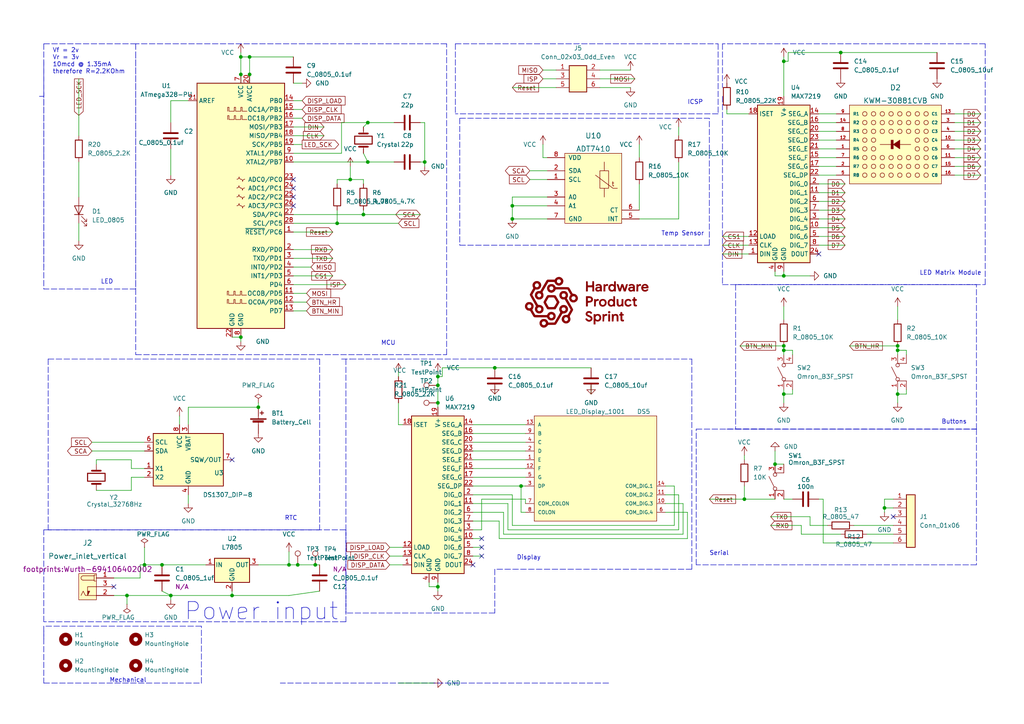
<source format=kicad_sch>
(kicad_sch (version 20211123) (generator eeschema)
  (paper "A4")
  (junction (at 227.33 100.33))
  (junction (at 148.59 63.5))
  (junction (at 105.41 62.23))
  (junction (at 69.85 97.79))
  (junction (at 260.35 100.33))
  (junction (at 227.33 17.78))
  (junction (at 224.79 134.62))
  (junction (at 106.68 35.56))
  (junction (at 227.33 101.6))
  (junction (at 46.99 163.83))
  (junction (at 106.68 46.99))
  (junction (at 97.79 64.77))
  (junction (at 260.35 114.3))
  (junction (at 143.51 106.68))
  (junction (at 256.54 147.32))
  (junction (at 227.33 114.3))
  (junction (at 101.6 52.07))
  (junction (at 151.13 140.97))
  (junction (at 127 116.84))
  (junction (at 69.85 16.51))
  (junction (at 243.84 15.24))
  (junction (at 69.85 21.59))
  (junction (at 36.83 172.72))
  (junction (at 148.59 59.69))
  (junction (at 260.35 101.6))
  (junction (at 215.9 144.78))
  (junction (at 86.36 163.83))
  (junction (at 83.82 163.83))
  (junction (at 127 109.22))
  (junction (at 123.19 46.99))
  (junction (at 72.39 21.59))
  (junction (at 41.91 163.83))
  (junction (at 74.93 118.11))
  (junction (at 72.39 16.51))
  (junction (at 49.53 172.72))
  (junction (at 91.44 163.83))
  (junction (at 127 111.76))
  (junction (at 227.33 80.01))
  (junction (at 127 170.18))
  (junction (at 67.31 172.72))
  (no_connect (at 139.7 161.29))
  (no_connect (at 139.7 158.75))
  (no_connect (at 137.16 163.83))
  (no_connect (at 139.7 156.21))
  (no_connect (at 259.08 149.86))
  (no_connect (at 85.09 52.07))
  (no_connect (at 85.09 54.61))
  (no_connect (at 85.09 57.15))
  (no_connect (at 85.09 59.69))
  (no_connect (at 237.49 73.66))
  (no_connect (at 33.02 170.18))
  (no_connect (at 67.31 133.35))
  (polyline (pts (xy 39.37 83.82) (xy 12.7 83.82)))
  (wire (pts (xy 199.39 156.21) (xy 199.39 148.59)))
  (wire (pts (xy 137.16 138.43) (xy 152.4 138.43)))
  (polyline (pts (xy 213.36 124.46) (xy 283.21 124.46)))
  (wire (pts (xy 276.86 48.26) (xy 284.48 48.26)))
  (wire (pts (xy 237.49 33.02) (xy 242.57 33.02)))
  (wire (pts (xy 105.41 60.96) (xy 105.41 62.23)))
  (wire (pts (xy 38.1 133.35) (xy 27.94 133.35)))
  (polyline (pts (xy 39.37 12.7) (xy 39.37 13.97)))
  (polyline (pts (xy 132.08 12.7) (xy 208.28 12.7)))
  (wire (pts (xy 127 111.76) (xy 127 116.84)))
  (wire (pts (xy 158.75 45.72) (xy 157.48 45.72)))
  (wire (pts (xy 38.1 135.89) (xy 38.1 133.35)))
  (wire (pts (xy 115.57 109.22) (xy 115.57 107.95)))
  (wire (pts (xy 85.09 62.23) (xy 105.41 62.23)))
  (wire (pts (xy 228.6 15.24) (xy 243.84 15.24)))
  (wire (pts (xy 171.45 111.76) (xy 171.45 114.3)))
  (wire (pts (xy 85.09 85.09) (xy 88.9 85.09)))
  (wire (pts (xy 195.58 140.97) (xy 193.04 140.97)))
  (wire (pts (xy 148.59 59.69) (xy 158.75 59.69)))
  (polyline (pts (xy 200.66 165.1) (xy 143.51 165.1)))
  (wire (pts (xy 123.19 35.56) (xy 123.19 46.99)))
  (wire (pts (xy 147.32 153.67) (xy 196.85 153.67)))
  (wire (pts (xy 74.93 116.84) (xy 74.93 118.11)))
  (polyline (pts (xy 12.7 44.45) (xy 12.7 77.47)))
  (wire (pts (xy 74.93 163.83) (xy 83.82 163.83)))
  (polyline (pts (xy 100.33 104.14) (xy 100.33 177.8)))
  (wire (pts (xy 127 116.84) (xy 127 118.11)))
  (wire (pts (xy 85.09 46.99) (xy 106.68 46.99)))
  (polyline (pts (xy 200.66 104.14) (xy 200.66 165.1)))
  (polyline (pts (xy 11.43 27.94) (xy 12.7 27.94)))
  (wire (pts (xy 127 109.22) (xy 127 111.76)))
  (wire (pts (xy 116.84 123.19) (xy 115.57 123.19)))
  (wire (pts (xy 237.49 40.64) (xy 242.57 40.64)))
  (wire (pts (xy 209.55 68.58) (xy 217.17 68.58)))
  (wire (pts (xy 223.52 149.86) (xy 234.95 149.86)))
  (wire (pts (xy 276.86 33.02) (xy 284.48 33.02)))
  (wire (pts (xy 85.09 39.37) (xy 93.98 39.37)))
  (polyline (pts (xy 92.71 104.14) (xy 92.71 153.67)))
  (polyline (pts (xy 39.37 102.87) (xy 129.54 102.87)))
  (wire (pts (xy 276.86 40.64) (xy 284.48 40.64)))
  (wire (pts (xy 69.85 16.51) (xy 69.85 21.59)))
  (wire (pts (xy 199.39 148.59) (xy 193.04 148.59)))
  (wire (pts (xy 124.46 170.18) (xy 127 170.18)))
  (wire (pts (xy 217.17 33.02) (xy 210.82 33.02)))
  (wire (pts (xy 256.54 147.32) (xy 259.08 147.32)))
  (wire (pts (xy 52.07 120.65) (xy 52.07 123.19)))
  (wire (pts (xy 33.02 167.64) (xy 40.64 167.64)))
  (wire (pts (xy 227.33 101.6) (xy 227.33 102.87)))
  (wire (pts (xy 27.94 133.35) (xy 27.94 134.62)))
  (wire (pts (xy 72.39 16.51) (xy 69.85 16.51)))
  (wire (pts (xy 260.35 114.3) (xy 260.35 116.84)))
  (wire (pts (xy 157.48 20.32) (xy 161.29 20.32)))
  (wire (pts (xy 137.16 130.81) (xy 152.4 130.81)))
  (wire (pts (xy 227.33 114.3) (xy 227.33 116.84)))
  (wire (pts (xy 205.74 144.78) (xy 215.9 144.78)))
  (wire (pts (xy 40.64 163.83) (xy 41.91 163.83)))
  (polyline (pts (xy 12.7 181.61) (xy 12.7 185.42)))
  (wire (pts (xy 54.61 123.19) (xy 54.61 118.11)))
  (wire (pts (xy 237.49 53.34) (xy 245.11 53.34)))
  (wire (pts (xy 101.6 48.26) (xy 101.6 52.07)))
  (wire (pts (xy 237.49 55.88) (xy 245.11 55.88)))
  (wire (pts (xy 97.79 52.07) (xy 101.6 52.07)))
  (polyline (pts (xy 283.21 163.83) (xy 201.93 163.83)))
  (wire (pts (xy 49.53 172.72) (xy 67.31 172.72)))
  (wire (pts (xy 148.59 57.15) (xy 148.59 59.69)))
  (polyline (pts (xy 12.7 198.12) (xy 58.42 198.12)))
  (wire (pts (xy 185.42 41.91) (xy 185.42 45.72)))
  (wire (pts (xy 247.65 152.4) (xy 259.08 152.4)))
  (wire (pts (xy 97.79 60.96) (xy 97.79 64.77)))
  (wire (pts (xy 237.49 144.78) (xy 238.76 144.78)))
  (wire (pts (xy 224.79 78.74) (xy 224.79 80.01)))
  (wire (pts (xy 105.41 44.45) (xy 106.68 46.99)))
  (wire (pts (xy 105.41 52.07) (xy 105.41 53.34)))
  (wire (pts (xy 209.55 71.12) (xy 217.17 71.12)))
  (wire (pts (xy 127 170.18) (xy 127 168.91)))
  (polyline (pts (xy 39.37 12.7) (xy 39.37 83.82)))
  (wire (pts (xy 215.9 144.78) (xy 224.79 144.78)))
  (polyline (pts (xy 208.28 12.7) (xy 208.28 33.02)))
  (polyline (pts (xy 39.37 15.24) (xy 39.37 102.87)))
  (wire (pts (xy 215.9 132.08) (xy 215.9 133.35)))
  (wire (pts (xy 276.86 43.18) (xy 284.48 43.18)))
  (polyline (pts (xy 283.21 124.46) (xy 283.21 163.83)))
  (wire (pts (xy 27.94 142.24) (xy 38.1 142.24)))
  (wire (pts (xy 41.91 158.75) (xy 41.91 163.83)))
  (wire (pts (xy 229.87 101.6) (xy 227.33 101.6)))
  (wire (pts (xy 151.13 148.59) (xy 151.13 140.97)))
  (wire (pts (xy 86.36 163.83) (xy 83.82 163.83)))
  (wire (pts (xy 85.09 72.39) (xy 96.52 72.39)))
  (wire (pts (xy 85.09 41.91) (xy 87.63 41.91)))
  (polyline (pts (xy 213.36 82.55) (xy 283.21 82.55)))
  (wire (pts (xy 137.16 161.29) (xy 139.7 161.29)))
  (wire (pts (xy 157.48 45.72) (xy 157.48 41.91)))
  (wire (pts (xy 224.79 130.81) (xy 224.79 134.62)))
  (polyline (pts (xy 99.06 104.14) (xy 101.6 104.14)))
  (wire (pts (xy 106.68 35.56) (xy 114.3 35.56)))
  (wire (pts (xy 234.95 152.4) (xy 234.95 149.86)))
  (wire (pts (xy 148.59 25.4) (xy 161.29 25.4)))
  (wire (pts (xy 54.61 143.51) (xy 54.61 146.05)))
  (wire (pts (xy 46.99 171.45) (xy 49.53 172.72)))
  (wire (pts (xy 137.16 135.89) (xy 152.4 135.89)))
  (wire (pts (xy 26.67 130.81) (xy 41.91 130.81)))
  (polyline (pts (xy 283.21 124.46) (xy 283.21 82.55)))
  (wire (pts (xy 139.7 153.67) (xy 139.7 144.78)))
  (wire (pts (xy 148.59 143.51) (xy 148.59 152.4)))
  (wire (pts (xy 69.85 24.13) (xy 69.85 21.59)))
  (wire (pts (xy 157.48 22.86) (xy 161.29 22.86)))
  (wire (pts (xy 105.41 62.23) (xy 121.92 62.23)))
  (wire (pts (xy 85.09 87.63) (xy 88.9 87.63)))
  (wire (pts (xy 139.7 144.78) (xy 152.4 144.78)))
  (wire (pts (xy 237.49 66.04) (xy 245.11 66.04)))
  (polyline (pts (xy 213.36 82.55) (xy 213.36 124.46)))
  (wire (pts (xy 97.79 64.77) (xy 115.57 64.77)))
  (polyline (pts (xy 132.08 12.7) (xy 132.08 33.02)))
  (wire (pts (xy 49.53 43.18) (xy 49.53 50.8)))
  (polyline (pts (xy 12.7 180.34) (xy 12.7 153.67)))
  (wire (pts (xy 228.6 15.24) (xy 228.6 17.78)))
  (wire (pts (xy 67.31 172.72) (xy 83.82 172.72)))
  (wire (pts (xy 260.35 88.9) (xy 260.35 92.71)))
  (wire (pts (xy 153.67 49.53) (xy 158.75 49.53)))
  (wire (pts (xy 85.09 80.01) (xy 96.52 80.01)))
  (wire (pts (xy 238.76 144.78) (xy 238.76 157.48)))
  (polyline (pts (xy 205.74 71.12) (xy 205.74 34.29)))
  (wire (pts (xy 115.57 198.12) (xy 125.73 198.12)))
  (wire (pts (xy 152.4 144.78) (xy 152.4 146.05)))
  (polyline (pts (xy 13.97 153.67) (xy 100.33 153.67)))
  (polyline (pts (xy 143.51 177.8) (xy 100.33 177.8)))
  (polyline (pts (xy 12.7 182.88) (xy 12.7 198.12)))
  (polyline (pts (xy 12.7 17.78) (xy 12.7 27.94)))
  (wire (pts (xy 262.89 102.87) (xy 262.89 101.6)))
  (polyline (pts (xy 133.35 34.29) (xy 205.74 34.29)))
  (polyline (pts (xy 12.7 26.67) (xy 12.7 44.45)))
  (wire (pts (xy 246.38 100.33) (xy 260.35 100.33)))
  (wire (pts (xy 237.49 38.1) (xy 242.57 38.1)))
  (polyline (pts (xy 209.55 12.7) (xy 209.55 25.4)))
  (wire (pts (xy 229.87 113.03) (xy 229.87 114.3)))
  (polyline (pts (xy 92.71 153.67) (xy 13.97 153.67)))
  (wire (pts (xy 85.09 74.93) (xy 96.52 74.93)))
  (wire (pts (xy 137.16 140.97) (xy 151.13 140.97)))
  (wire (pts (xy 128.27 106.68) (xy 143.51 106.68)))
  (wire (pts (xy 106.68 46.99) (xy 114.3 46.99)))
  (wire (pts (xy 260.35 113.03) (xy 260.35 114.3)))
  (wire (pts (xy 137.16 128.27) (xy 152.4 128.27)))
  (polyline (pts (xy 13.97 104.14) (xy 13.97 153.67)))
  (polyline (pts (xy 209.55 27.94) (xy 209.55 82.55)))
  (polyline (pts (xy 201.93 163.83) (xy 201.93 124.46)))
  (polyline (pts (xy 285.75 82.55) (xy 285.75 12.7)))
  (wire (pts (xy 72.39 21.59) (xy 72.39 16.51)))
  (polyline (pts (xy 208.28 33.02) (xy 132.08 33.02)))
  (wire (pts (xy 91.44 163.83) (xy 86.36 163.83)))
  (polyline (pts (xy 209.55 82.55) (xy 285.75 82.55)))
  (wire (pts (xy 229.87 102.87) (xy 229.87 101.6)))
  (wire (pts (xy 127 171.45) (xy 127 170.18)))
  (wire (pts (xy 214.63 100.33) (xy 227.33 100.33)))
  (wire (pts (xy 259.08 144.78) (xy 256.54 144.78)))
  (wire (pts (xy 146.05 148.59) (xy 146.05 154.94)))
  (polyline (pts (xy 100.33 180.34) (xy 12.7 180.34)))
  (wire (pts (xy 227.33 88.9) (xy 227.33 92.71)))
  (wire (pts (xy 115.57 116.84) (xy 115.57 123.19)))
  (wire (pts (xy 85.09 77.47) (xy 90.17 77.47)))
  (wire (pts (xy 196.85 63.5) (xy 196.85 46.99)))
  (wire (pts (xy 237.49 45.72) (xy 242.57 45.72)))
  (wire (pts (xy 148.59 152.4) (xy 195.58 152.4)))
  (wire (pts (xy 128.27 106.68) (xy 128.27 109.22)))
  (polyline (pts (xy 12.7 12.7) (xy 39.37 12.7)))
  (polyline (pts (xy 176.53 198.12) (xy 81.28 198.12)))
  (wire (pts (xy 237.49 48.26) (xy 242.57 48.26)))
  (wire (pts (xy 41.91 135.89) (xy 38.1 135.89)))
  (wire (pts (xy 69.85 15.24) (xy 69.85 16.51)))
  (wire (pts (xy 41.91 138.43) (xy 38.1 138.43)))
  (wire (pts (xy 137.16 146.05) (xy 147.32 146.05)))
  (wire (pts (xy 99.06 35.56) (xy 106.68 35.56)))
  (wire (pts (xy 41.91 163.83) (xy 46.99 163.83)))
  (wire (pts (xy 173.99 20.32) (xy 182.88 20.32)))
  (wire (pts (xy 196.85 153.67) (xy 196.85 143.51)))
  (wire (pts (xy 137.16 156.21) (xy 139.7 156.21)))
  (wire (pts (xy 99.06 44.45) (xy 99.06 35.56)))
  (wire (pts (xy 198.12 146.05) (xy 193.04 146.05)))
  (polyline (pts (xy 13.97 104.14) (xy 92.71 104.14)))
  (wire (pts (xy 26.67 128.27) (xy 41.91 128.27)))
  (wire (pts (xy 210.82 33.02) (xy 210.82 31.75)))
  (wire (pts (xy 262.89 113.03) (xy 262.89 114.3)))
  (wire (pts (xy 256.54 147.32) (xy 256.54 148.59)))
  (polyline (pts (xy 285.75 12.7) (xy 209.55 12.7)))
  (wire (pts (xy 143.51 111.76) (xy 143.51 114.3)))
  (wire (pts (xy 223.52 152.4) (xy 232.41 152.4)))
  (wire (pts (xy 113.03 161.29) (xy 116.84 161.29)))
  (wire (pts (xy 85.09 90.17) (xy 88.9 90.17)))
  (wire (pts (xy 85.09 67.31) (xy 96.52 67.31)))
  (wire (pts (xy 85.09 44.45) (xy 99.06 44.45)))
  (polyline (pts (xy 101.6 104.14) (xy 200.66 104.14)))
  (wire (pts (xy 237.49 71.12) (xy 245.11 71.12)))
  (wire (pts (xy 262.89 114.3) (xy 260.35 114.3)))
  (wire (pts (xy 173.99 22.86) (xy 184.15 22.86)))
  (wire (pts (xy 121.92 35.56) (xy 123.19 35.56)))
  (wire (pts (xy 256.54 144.78) (xy 256.54 147.32)))
  (wire (pts (xy 36.83 172.72) (xy 36.83 175.26)))
  (wire (pts (xy 232.41 152.4) (xy 232.41 154.94)))
  (wire (pts (xy 237.49 43.18) (xy 242.57 43.18)))
  (wire (pts (xy 69.85 97.79) (xy 69.85 99.06)))
  (wire (pts (xy 224.79 134.62) (xy 227.33 134.62)))
  (wire (pts (xy 123.19 46.99) (xy 121.92 46.99)))
  (wire (pts (xy 49.53 172.72) (xy 49.53 173.99)))
  (polyline (pts (xy 133.35 71.12) (xy 205.74 71.12)))
  (wire (pts (xy 85.09 34.29) (xy 87.63 34.29)))
  (wire (pts (xy 262.89 101.6) (xy 260.35 101.6)))
  (wire (pts (xy 113.03 158.75) (xy 116.84 158.75)))
  (wire (pts (xy 276.86 38.1) (xy 284.48 38.1)))
  (wire (pts (xy 46.99 163.83) (xy 59.69 163.83)))
  (wire (pts (xy 215.9 140.97) (xy 215.9 144.78)))
  (wire (pts (xy 198.12 154.94) (xy 198.12 146.05)))
  (wire (pts (xy 85.09 31.75) (xy 87.63 31.75)))
  (wire (pts (xy 40.64 167.64) (xy 40.64 163.83)))
  (wire (pts (xy 227.33 80.01) (xy 234.95 80.01)))
  (wire (pts (xy 229.87 114.3) (xy 227.33 114.3)))
  (wire (pts (xy 185.42 53.34) (xy 185.42 60.96)))
  (wire (pts (xy 237.49 58.42) (xy 245.11 58.42)))
  (wire (pts (xy 97.79 53.34) (xy 97.79 52.07)))
  (wire (pts (xy 227.33 16.51) (xy 227.33 17.78)))
  (wire (pts (xy 276.86 35.56) (xy 284.48 35.56)))
  (wire (pts (xy 152.4 148.59) (xy 151.13 148.59)))
  (polyline (pts (xy 129.54 102.87) (xy 129.54 12.7)))
  (wire (pts (xy 123.19 46.99) (xy 123.19 48.26)))
  (wire (pts (xy 127 107.95) (xy 127 109.22)))
  (wire (pts (xy 137.16 153.67) (xy 139.7 153.67)))
  (wire (pts (xy 227.33 78.74) (xy 227.33 80.01)))
  (polyline (pts (xy 133.35 34.29) (xy 133.35 71.12)))
  (wire (pts (xy 228.6 17.78) (xy 227.33 17.78)))
  (polyline (pts (xy 12.7 12.7) (xy 12.7 83.82)))
  (wire (pts (xy 137.16 158.75) (xy 139.7 158.75)))
  (wire (pts (xy 144.78 151.13) (xy 144.78 156.21)))
  (wire (pts (xy 143.51 106.68) (xy 171.45 106.68)))
  (wire (pts (xy 144.78 156.21) (xy 199.39 156.21)))
  (wire (pts (xy 92.71 163.83) (xy 91.44 163.83)))
  (wire (pts (xy 195.58 152.4) (xy 195.58 140.97)))
  (wire (pts (xy 137.16 133.35) (xy 152.4 133.35)))
  (wire (pts (xy 151.13 140.97) (xy 152.4 140.97)))
  (wire (pts (xy 83.82 160.02) (xy 83.82 163.83)))
  (wire (pts (xy 92.71 171.45) (xy 83.82 172.72)))
  (wire (pts (xy 147.32 146.05) (xy 147.32 153.67)))
  (wire (pts (xy 137.16 143.51) (xy 148.59 143.51)))
  (wire (pts (xy 137.16 123.19) (xy 152.4 123.19)))
  (wire (pts (xy 234.95 152.4) (xy 240.03 152.4)))
  (wire (pts (xy 148.59 59.69) (xy 148.59 63.5)))
  (wire (pts (xy 185.42 63.5) (xy 196.85 63.5)))
  (wire (pts (xy 237.49 68.58) (xy 245.11 68.58)))
  (wire (pts (xy 276.86 50.8) (xy 284.48 50.8)))
  (wire (pts (xy 106.68 35.56) (xy 105.41 36.83)))
  (polyline (pts (xy 100.33 153.67) (xy 100.33 180.34)))
  (wire (pts (xy 260.35 101.6) (xy 260.35 102.87)))
  (wire (pts (xy 49.53 29.21) (xy 49.53 35.56)))
  (wire (pts (xy 101.6 52.07) (xy 105.41 52.07)))
  (wire (pts (xy 148.59 63.5) (xy 158.75 63.5)))
  (wire (pts (xy 38.1 138.43) (xy 38.1 142.24)))
  (wire (pts (xy 227.33 113.03) (xy 227.33 114.3)))
  (wire (pts (xy 238.76 157.48) (xy 259.08 157.48)))
  (wire (pts (xy 209.55 73.66) (xy 217.17 73.66)))
  (wire (pts (xy 72.39 24.13) (xy 72.39 21.59)))
  (wire (pts (xy 224.79 80.01) (xy 227.33 80.01)))
  (wire (pts (xy 158.75 57.15) (xy 148.59 57.15)))
  (wire (pts (xy 85.09 82.55) (xy 100.33 82.55)))
  (wire (pts (xy 128.27 109.22) (xy 127 109.22)))
  (wire (pts (xy 137.16 125.73) (xy 152.4 125.73)))
  (wire (pts (xy 237.49 63.5) (xy 245.11 63.5)))
  (wire (pts (xy 85.09 64.77) (xy 97.79 64.77)))
  (wire (pts (xy 36.83 172.72) (xy 33.02 172.72)))
  (wire (pts (xy 227.33 144.78) (xy 229.87 144.78)))
  (wire (pts (xy 251.46 154.94) (xy 259.08 154.94)))
  (wire (pts (xy 49.53 172.72) (xy 36.83 172.72)))
  (polyline (pts (xy 58.42 198.12) (xy 58.42 181.61)))
  (wire (pts (xy 137.16 148.59) (xy 146.05 148.59)))
  (polyline (pts (xy 143.51 165.1) (xy 143.51 177.8)))
  (wire (pts (xy 196.85 36.83) (xy 196.85 39.37)))
  (polyline (pts (xy 58.42 181.61) (xy 12.7 181.61)))
  (polyline (pts (xy 129.54 12.7) (xy 39.37 12.7)))
  (wire (pts (xy 67.31 97.79) (xy 69.85 97.79)))
  (wire (pts (xy 237.49 60.96) (xy 245.11 60.96)))
  (polyline (pts (xy 12.7 153.67) (xy 13.97 153.67)))
  (wire (pts (xy 227.33 17.78) (xy 227.33 27.94)))
  (wire (pts (xy 85.09 36.83) (xy 93.98 36.83)))
  (wire (pts (xy 124.46 168.91) (xy 124.46 170.18)))
  (wire (pts (xy 54.61 118.11) (xy 74.93 118.11)))
  (wire (pts (xy 113.03 163.83) (xy 116.84 163.83)))
  (wire (pts (xy 54.61 29.21) (xy 49.53 29.21)))
  (wire (pts (xy 237.49 50.8) (xy 242.57 50.8)))
  (wire (pts (xy 173.99 25.4) (xy 182.88 25.4)))
  (wire (pts (xy 276.86 45.72) (xy 284.48 45.72)))
  (wire (pts (xy 260.35 100.33) (xy 260.35 101.6)))
  (wire (pts (xy 153.67 52.07) (xy 158.75 52.07)))
  (wire (pts (xy 22.86 46.99) (xy 22.86 57.15)))
  (polyline (pts (xy 201.93 124.46) (xy 222.25 124.46)))
  (wire (pts (xy 146.05 154.94) (xy 198.12 154.94)))
  (wire (pts (xy 67.31 171.45) (xy 67.31 172.72)))
  (wire (pts (xy 137.16 151.13) (xy 144.78 151.13)))
  (wire (pts (xy 72.39 16.51) (xy 85.09 16.51)))
  (wire (pts (xy 87.63 24.13) (xy 85.09 24.13)))
  (polyline (pts (xy 210.82 124.46) (xy 283.21 124.46)))
  (wire (pts (xy 232.41 154.94) (xy 243.84 154.94)))
  (wire (pts (xy 22.86 22.86) (xy 22.86 39.37)))
  (wire (pts (xy 227.33 100.33) (xy 227.33 101.6)))
  (wire (pts (xy 237.49 35.56) (xy 242.57 35.56)))
  (wire (pts (xy 22.86 64.77) (xy 22.86 69.85)))
  (wire (pts (xy 196.85 143.51) (xy 193.04 143.51)))
  (wire (pts (xy 85.09 29.21) (xy 87.63 29.21)))
  (wire (pts (xy 243.84 15.24) (xy 271.78 15.24)))
  (text "Temp Sensor\n" (at 191.77 68.58 0) (effects (font (size 1.27 1.27)) (justify left bottom)))
  (text "Buttons\n" (at 273.05 123.19 0) (effects (font (size 1.27 1.27)) (justify left bottom)))
  (text "Vf = 2v\nVr = 3v\n10mcd @ 1.35mA\ntherefore R=2.2KOhm" (at 15.24 21.59 0) (effects (font (size 1.27 1.27)) (justify left bottom)))
  (text "ICSP\n" (at 199.39 30.48 0) (effects (font (size 1.27 1.27)) (justify left bottom)))
  (text "Display\n" (at 149.86 162.56 0) (effects (font (size 1.27 1.27)) (justify left bottom)))
  (text "Power input" (at 53.34 180.34 0) (effects (font (size 5 5)) (justify left bottom)))
  (text "LED Matrix Module\n" (at 266.7 80.01 0) (effects (font (size 1.27 1.27)) (justify left bottom)))
  (text "RTC\n" (at 82.55 151.13 0) (effects (font (size 1.27 1.27)) (justify left bottom)))
  (text "Mechanical\n" (at 31.75 198.12 0) (effects (font (size 1.27 1.27)) (justify left bottom)))
  (text "Serial\n" (at 205.74 161.29 0) (effects (font (size 1.27 1.27)) (justify left bottom)))
  (text "LED\n" (at 29.21 82.55 0) (effects (font (size 1.27 1.27)) (justify left bottom)))
  (text "MCU\n" (at 110.49 100.33 0) (effects (font (size 1.27 1.27)) (justify left bottom)))
  (global_label "D4" (shape input) (at 284.48 43.18 180) (property "Intersheet References" "${INTERSHEET_REFS}" (effects hide)))
  (global_label "DISP_CLK" (shape input) (at 113.03 161.29 180) (property "Intersheet References" "${INTERSHEET_REFS}" (effects hide)))
  (global_label "D2" (shape input) (at 245.11 58.42 180) (property "Intersheet References" "${INTERSHEET_REFS}" (effects hide)))
  (global_label "MISO" (shape input) (at 90.17 77.47 0) (property "Intersheet References" "${INTERSHEET_REFS}" (effects hide)))
  (global_label "CLK" (shape input) (at 93.98 39.37 180) (property "Intersheet References" "${INTERSHEET_REFS}" (effects hide)))
  (global_label "CS1" (shape input) (at 96.52 80.01 180) (property "Intersheet References" "${INTERSHEET_REFS}" (effects hide)))
  (global_label "D3" (shape input) (at 284.48 40.64 180) (property "Intersheet References" "${INTERSHEET_REFS}" (effects hide)))
  (global_label "BTN_HR" (shape input) (at 88.9 87.63 0) (property "Intersheet References" "${INTERSHEET_REFS}" (effects hide)))
  (global_label "Reset" (shape input) (at 148.59 25.4 0) (property "Intersheet References" "${INTERSHEET_REFS}" (effects hide)))
  (global_label "D5" (shape input) (at 245.11 66.04 180) (property "Intersheet References" "${INTERSHEET_REFS}" (effects hide)))
  (global_label "LED_SCK" (shape output) (at 87.63 41.91 0) (property "Intersheet References" "${INTERSHEET_REFS}" (effects hide)))
  (global_label "D1" (shape input) (at 284.48 35.56 180) (property "Intersheet References" "${INTERSHEET_REFS}" (effects hide)))
  (global_label "DIN" (shape input) (at 209.55 73.66 0) (property "Intersheet References" "${INTERSHEET_REFS}" (effects hide)))
  (global_label "DISP_LOAD" (shape input) (at 87.63 29.21 0) (property "Intersheet References" "${INTERSHEET_REFS}" (effects hide)))
  (global_label "D7" (shape input) (at 245.11 71.12 180) (property "Intersheet References" "${INTERSHEET_REFS}" (effects hide)))
  (global_label "MOSI" (shape input) (at 88.9 85.09 0) (property "Intersheet References" "${INTERSHEET_REFS}" (effects hide)))
  (global_label "SCA" (shape bidirectional) (at 153.67 49.53 180) (property "Intersheet References" "${INTERSHEET_REFS}" (effects hide)))
  (global_label "CS1" (shape input) (at 209.55 68.58 0) (property "Intersheet References" "${INTERSHEET_REFS}" (effects hide)))
  (global_label "D1" (shape input) (at 245.11 55.88 180) (property "Intersheet References" "${INTERSHEET_REFS}" (effects hide)))
  (global_label "D5" (shape input) (at 284.48 45.72 180) (property "Intersheet References" "${INTERSHEET_REFS}" (effects hide)))
  (global_label "SCL" (shape input) (at 26.67 128.27 180) (property "Intersheet References" "${INTERSHEET_REFS}" (effects hide)))
  (global_label "RXD" (shape input) (at 223.52 152.4 0) (property "Intersheet References" "${INTERSHEET_REFS}" (effects hide)))
  (global_label "D4" (shape input) (at 245.11 63.5 180) (property "Intersheet References" "${INTERSHEET_REFS}" (effects hide)))
  (global_label "RXD" (shape input) (at 96.52 72.39 180) (property "Intersheet References" "${INTERSHEET_REFS}" (effects hide)))
  (global_label "D6" (shape input) (at 245.11 68.58 180) (property "Intersheet References" "${INTERSHEET_REFS}" (effects hide)))
  (global_label "ISP" (shape input) (at 157.48 22.86 180) (property "Intersheet References" "${INTERSHEET_REFS}" (effects hide)))
  (global_label "LED_SCK" (shape output) (at 22.86 22.86 270) (property "Intersheet References" "${INTERSHEET_REFS}" (effects hide)))
  (global_label "D0" (shape input) (at 284.48 33.02 180) (property "Intersheet References" "${INTERSHEET_REFS}" (effects hide)))
  (global_label "D0" (shape input) (at 245.11 53.34 180) (property "Intersheet References" "${INTERSHEET_REFS}" (effects hide)))
  (global_label "DISP_CLK" (shape input) (at 87.63 31.75 0) (property "Intersheet References" "${INTERSHEET_REFS}" (effects hide)))
  (global_label "D2" (shape input) (at 284.48 38.1 180) (property "Intersheet References" "${INTERSHEET_REFS}" (effects hide)))
  (global_label "DISP_DATA" (shape input) (at 113.03 163.83 180) (property "Intersheet References" "${INTERSHEET_REFS}" (effects hide)))
  (global_label "DISP_LOAD" (shape input) (at 113.03 158.75 180) (property "Intersheet References" "${INTERSHEET_REFS}" (effects hide)))
  (global_label "TXD" (shape input) (at 223.52 149.86 0) (property "Intersheet References" "${INTERSHEET_REFS}" (effects hide)))
  (global_label "MOSI" (shape input) (at 184.15 22.86 180) (property "Intersheet References" "${INTERSHEET_REFS}" (effects hide)))
  (global_label "DIN" (shape input) (at 93.98 36.83 180) (property "Intersheet References" "${INTERSHEET_REFS}" (effects hide)))
  (global_label "BTN_MIN" (shape input) (at 88.9 90.17 0) (property "Intersheet References" "${INTERSHEET_REFS}" (effects hide)))
  (global_label "D7" (shape input) (at 284.48 50.8 180) (property "Intersheet References" "${INTERSHEET_REFS}" (effects hide)))
  (global_label "DISP_DATA" (shape input) (at 87.63 34.29 0) (property "Intersheet References" "${INTERSHEET_REFS}" (effects hide)))
  (global_label "CLK" (shape input) (at 209.55 71.12 0) (property "Intersheet References" "${INTERSHEET_REFS}" (effects hide)))
  (global_label "SCA" (shape bidirectional) (at 121.92 62.23 180) (property "Intersheet References" "${INTERSHEET_REFS}" (effects hide)))
  (global_label "MISO" (shape input) (at 157.48 20.32 180) (property "Intersheet References" "${INTERSHEET_REFS}" (effects hide)))
  (global_label "Reset" (shape input) (at 96.52 67.31 180) (property "Intersheet References" "${INTERSHEET_REFS}" (effects hide)))
  (global_label "Reset" (shape input) (at 205.74 144.78 0) (property "Intersheet References" "${INTERSHEET_REFS}" (effects hide)))
  (global_label "SCA" (shape bidirectional) (at 26.67 130.81 180) (property "Intersheet References" "${INTERSHEET_REFS}" (effects hide)))
  (global_label "SCL" (shape input) (at 115.57 64.77 0) (property "Intersheet References" "${INTERSHEET_REFS}" (effects hide)))
  (global_label "D3" (shape input) (at 245.11 60.96 180) (property "Intersheet References" "${INTERSHEET_REFS}" (effects hide)))
  (global_label "D6" (shape input) (at 284.48 48.26 180) (property "Intersheet References" "${INTERSHEET_REFS}" (effects hide)))
  (global_label "BTN_MIN" (shape input) (at 214.63 100.33 0) (property "Intersheet References" "${INTERSHEET_REFS}" (effects hide)))
  (global_label "ISP" (shape input) (at 100.33 82.55 180) (property "Intersheet References" "${INTERSHEET_REFS}" (effects hide)))
  (global_label "SCL" (shape input) (at 153.67 52.07 180) (property "Intersheet References" "${INTERSHEET_REFS}" (effects hide)))
  (global_label "TXD" (shape input) (at 96.52 74.93 180) (property "Intersheet References" "${INTERSHEET_REFS}" (effects hide)))
  (global_label "BTN_HR" (shape input) (at 246.38 100.33 0) (property "Intersheet References" "${INTERSHEET_REFS}" (effects hide)))
  (symbol (lib_id "HPS:LED_Display_1001") (at 195.58 140.97 0) (mirror y) (unit 1)
    (property "Reference" "DS5" (at 186.69 119.38 0))
    (property "Value" "LED_Display_1001" (at 172.72 119.38 0))
    (property "Footprint" "footprints:Adafruit-1001-0-0-MFG" (effects hide))
    (property "Datasheet" "https://cdn-shop.adafruit.com/datasheets/1001datasheet.pdf" (effects hide))
    (property "automotive" "No" (effects hide))
    (property "category" "Disp" (effects hide))
    (property "device class L1" "Optoelectronics" (effects hide))
    (property "device class L2" "Displays" (effects hide))
    (property "device class L3" "LED Displays" (effects hide))
    (property "digikey description" "WHITE 7-SEGMENT CLOCK DISPLAY" (effects hide))
    (property "digikey part number" "1528-1513-ND" (effects hide))
    (property "display type" "LED" (effects hide))
    (property "element config" "Common Cathode" (effects hide))
    (property "forward current" "20mA" (effects hide))
    (property "forward voltage" "3.2V" (effects hide))
    (property "height" "8.25mm" (effects hide))
    (property "lead free" "Yes" (effects hide))
    (property "library id" "a002f1a2b35db532" (effects hide))
    (property "luminous intensity" "30mcd" (effects hide))
    (property "manufacturer" "Adafruit" (effects hide))
    (property "mouser description" "Adafruit Accessories White 7-segment Clock Display" (effects hide))
    (property "mouser part number" "485-1001" (effects hide))
    (property "package" "PTH_50MM2_19MM0" (effects hide))
    (property "power dissipation" "100mW" (effects hide))
    (property "reverse voltage" "5V" (effects hide))
    (property "rohs" "Yes" (effects hide))
    (property "temperature range high" "+80°C" (effects hide))
    (property "temperature range low" "-40°C" (effects hide))
    (property "test current" "20mA" (effects hide))
    (property "MFG" "Adafruit Industries LLC" (effects hide))
    (property "MPN" "1001" (effects hide))
    (property "Digikey PN" "1528-1513-ND" (effects hide))
    (property "Mouser PN" "N/A" (effects hide))
  )
  (symbol (lib_id "HPS:VCC") (at 215.9 132.08 0) (unit 1)
    (property "Reference" "#PWR0114" (effects hide))
    (property "Value" "VCC" (at 215.9 128.27 0))
  )
  (symbol (lib_id "HPS:Crystal_32768Hz") (at 105.41 40.64 270) (unit 1)
    (property "Reference" "Y1" (at 109.22 39.3699 90) (effects (justify left)))
    (property "Value" "Crystal" (at 109.22 41.9099 90) (effects (justify left)))
    (property "Footprint" "footprints:Crystal_SMD_2Pin_3.2x1.5mm" (effects hide))
    (property "Datasheet" "https://www.jauch.com/downloadfile/57fde22d50dbf_d3c203011c87952f2834/jtx310-auto-2-210512.pdf" (effects hide))
    (property "MFG" "Jauch Quartz" (effects hide))
    (property "MPN" "Q 0,032768-JTX310-12,5-20-T1-HMR-50K-LF" (effects hide))
    (property "Digikey PN" "1908-1314-1-ND" (effects hide))
    (property "Mouser PN" "N/A" (effects hide))
  )
  (symbol (lib_id "HPS:PWR_FLAG") (at 36.83 175.26 180) (unit 1)
    (property "Reference" "#FLG0103" (effects hide))
    (property "Value" "PWR_FLAG" (at 34.29 179.07 0))
  )
  (symbol (lib_id "HPS:C_0805_0.1uf") (at 118.11 35.56 270) (unit 1)
    (property "Reference" "C7" (at 118.11 27.94 90))
    (property "Value" "22p" (at 118.11 30.48 90))
    (property "Footprint" "footprints:C_0805_2012Metric" (effects hide))
    (property "Datasheet" "https://datasheets.avx.com/X7RDielectric.pdf" (effects hide))
    (property "MFG" "AVX Corporation" (effects hide))
    (property "MPN" "08055C104KAT2A" (effects hide))
    (property "Digikey PN" "478-1395-1-ND" (effects hide))
    (property "Mouser PN" "N/A" (effects hide))
    (property "Voltage" "N/A" (effects hide))
    (property "Dielectric" "N/A" (effects hide))
    (property "Tolerance" "N/A" (effects hide))
  )
  (symbol (lib_id "HPS:GND") (at 74.93 125.73 0) (unit 1)
    (property "Reference" "#PWR0118" (effects hide))
    (property "Value" "GND" (at 74.93 130.81 0))
  )
  (symbol (lib_id "HPS:R_0805_4.7K") (at 105.41 57.15 0) (unit 1)
    (property "Reference" "R6" (at 107.95 55.8799 0) (effects (justify left)))
    (property "Value" "R_0805_4.7K" (at 107.95 58.4199 0) (effects (justify left)))
    (property "Footprint" "footprints:R_0805_2012Metric" (effects hide))
    (property "Datasheet" "https://www.digikey.com/en/products/detail/yageo/RC0805FR-074K7L/727929" (effects hide))
    (property "MFG" "Yageo" (effects hide))
    (property "MPN" "RC0805FR-074K7L" (effects hide))
    (property "Digikey PN" "311-4.70KCRCT-ND" (effects hide))
    (property "Mouser PN" "N/A" (effects hide))
    (property "Power" "N/A" (effects hide))
    (property "Tolerance" "N/A" (effects hide))
  )
  (symbol (lib_id "HPS:TestPoint") (at 91.44 163.83 0) (unit 1)
    (property "Reference" "TP4" (at 93.98 159.2579 0) (effects (justify left)))
    (property "Value" "TestPoint" (at 93.98 161.7979 0) (effects (justify left)))
    (property "Footprint" "footprints:TestPoint_THTPad_D2.0mm_Drill1.0mm" (effects hide))
  )
  (symbol (lib_id "HPS:R_0805_22K") (at 115.57 113.03 0) (unit 1)
    (property "Reference" "R21" (at 114.3 111.7599 0) (effects (justify left)))
    (property "Value" "R_0805_22K" (at 114.3 114.2999 0) (effects (justify left)))
    (property "Footprint" "footprints:R_0805_2012Metric" (effects hide))
    (property "Datasheet" "https://www.digikey.com/en/products/detail/yageo/RC0805FR-0722KL/727736" (effects hide))
    (property "MFG" "Yageo" (effects hide))
    (property "MPN" "RC0805FR-0722KL" (effects hide))
    (property "Digikey PN" "311-22.0KCRCT-ND" (effects hide))
    (property "Mouser PN" "N/A" (effects hide))
    (property "Power" "N/A" (effects hide))
    (property "Tolerance" "N/A" (effects hide))
  )
  (symbol (lib_id "HPS:VCC") (at 115.57 107.95 0) (unit 1)
    (property "Reference" "#PWR0132" (effects hide))
    (property "Value" "VCC" (at 115.94 107.44 0))
  )
  (symbol (lib_id "HPS:GND") (at 143.51 111.76 0) (unit 1)
    (property "Reference" "#PWR0133" (effects hide))
    (property "Value" "GND" (at 143.51 115.57 0))
  )
  (symbol (lib_name "MountingHole_3") (lib_id "HPS:MountingHole") (at 39.37 185.42 0) (unit 1)
    (property "Reference" "H3" (at 41.91 184.1499 0) (effects (justify left)))
    (property "Value" "MountingHole" (at 41.91 186.6899 0) (effects (justify left)))
    (property "Footprint" "footprints:MountingHole_3.2mm_M3" (effects hide))
  )
  (symbol (lib_id "HPS:Omron_B3F_SPST") (at 224.79 139.7 90) (unit 1)
    (property "Reference" "SW1" (at 228.6 132.15 90) (effects (justify right)))
    (property "Value" "Omron_B3F_SPST" (at 228.6 134.15 90) (effects (justify right)))
    (property "Footprint" "footprints:SW_SPST_Omron_B3FS-100xP" (effects hide))
    (property "Datasheet" "https://omronfs.omron.com/en_US/ecb/products/pdf/en-b3fs.pdf" (effects hide))
    (property "MFG" "Omron Electronics Inc-EMC Div" (effects hide))
    (property "MPN" "B3FS-1000P" (effects hide))
    (property "Digikey PN" "SW423CT-ND" (effects hide))
    (property "Mouser PN" "N/A" (effects hide))
  )
  (symbol (lib_id "HPS:C_0805_10uf") (at 271.78 19.05 0) (unit 1)
    (property "Reference" "C15" (at 275.59 17.7799 0) (effects (justify left)))
    (property "Value" "C_0805_10uf" (at 275.59 20.3199 0) (effects (justify left)))
    (property "Footprint" "footprints:C_0805_2012Metric" (effects hide))
    (property "Datasheet" "https://search.murata.co.jp/Ceramy/image/img/A01X/G101/ENG/GRM21BR61E106KA73-01.pdf" (effects hide))
    (property "MFG" "Murata Electronics" (effects hide))
    (property "MPN" "GRM21BR61E106KA73L" (effects hide))
    (property "Digikey PN" "490-5523-1-ND" (effects hide))
    (property "Mouser PN" "N/A" (effects hide))
    (property "Voltage" "N/A" (effects hide))
    (property "Dielectric" "N/A" (effects hide))
    (property "Tolerance" "N/A" (effects hide))
  )
  (symbol (lib_name "MountingHole_1") (lib_id "HPS:MountingHole") (at 19.05 185.42 0) (unit 1)
    (property "Reference" "H1" (at 21.59 184.1499 0) (effects (justify left)))
    (property "Value" "MountingHole" (at 21.59 186.6899 0) (effects (justify left)))
    (property "Footprint" "footprints:MountingHole_3.2mm_M3" (effects hide))
  )
  (symbol (lib_id "HPS:R_0805_10K") (at 260.35 96.52 0) (unit 1)
    (property "Reference" "R2" (at 262.89 95.2499 0) (effects (justify left)))
    (property "Value" "R_0805_10K" (at 262.89 97.7899 0) (effects (justify left)))
    (property "Footprint" "footprints:R_0805_2012Metric" (effects hide))
    (property "Datasheet" "https://www.digikey.com/en/products/detail/yageo/RC0805FR-0710KL/727535" (effects hide))
    (property "MFG" "Yageo" (effects hide))
    (property "MPN" "RC0805FR-0710KL" (effects hide))
    (property "Digikey PN" "311-10.0KCRCT-ND" (effects hide))
    (property "Mouser PN" "N/A" (effects hide))
    (property "Power" "N/A" (effects hide))
    (property "Tolerance" "N/A" (effects hide))
  )
  (symbol (lib_id "HPS:C_0805_0.1uf") (at 46.99 167.64 180) (unit 1)
    (property "Reference" "C1" (at 50.8 165.0999 0) (effects (justify right)))
    (property "Value" "C_0805_1uf" (at 50.8 167.6399 0) (effects (justify right)))
    (property "Footprint" "footprints:C_0805_2012Metric" (effects hide))
    (property "Datasheet" "https://datasheets.avx.com/X7RDielectric.pdf" (effects hide))
    (property "MFG" "AVX Corporation" (effects hide))
    (property "MPN" "08055C104KAT2A" (effects hide))
    (property "Digikey PN" "478-1395-1-ND" (effects hide))
    (property "Mouser PN" "N/A" (effects hide))
    (property "Voltage" "N/A" (at 50.8 170.1799 0) (effects (justify right)))
    (property "Dielectric" "N/A" (effects hide))
    (property "Tolerance" "N/A" (effects hide))
  )
  (symbol (lib_id "HPS:GND") (at 123.19 48.26 0) (unit 1)
    (property "Reference" "#PWR0102" (effects hide))
    (property "Value" "GND" (at 127 48.26 0))
  )
  (symbol (lib_id "HPS:GND") (at 243.84 22.86 0) (unit 1)
    (property "Reference" "#PWR0127" (effects hide))
    (property "Value" "GND" (at 243.84 27.94 0))
  )
  (symbol (lib_id "HPS:ATmega328-PU") (at 69.85 59.69 0) (unit 1)
    (property "Reference" "U1" (at 48.26 24.8793 0))
    (property "Value" "ATmega328-PU" (at 48.26 27.4193 0))
    (property "Footprint" "footprints:DIP-28_W7.62mm" (effects hide))
    (property "Datasheet" "http://www.microchip.com/mymicrochip/filehandler.aspx?ddocname=en608326" (effects hide))
    (property "MFG" "On Shore Technology Inc." (effects hide))
    (property "MPN" "ED281DT" (effects hide))
    (property "Digikey PN" "ED3050-5-ND" (effects hide))
    (property "Mouser PN" "N/A" (effects hide))
  )
  (symbol (lib_id "HPS:R_0805_2.2K") (at 22.86 43.18 0) (unit 1)
    (property "Reference" "R20" (at 25.4 41.9099 0) (effects (justify left)))
    (property "Value" "R_0805_2.2K" (at 25.4 44.4499 0) (effects (justify left)))
    (property "Footprint" "footprints:R_0805_2012Metric" (effects hide))
    (property "Datasheet" "https://www.digikey.com/en/products/detail/yageo/RC0805FR-072K2L/727676" (effects hide))
    (property "MFG" "N/A" (effects hide))
    (property "MPN" "N/A" (effects hide))
    (property "Digikey PN" "311-2.20KCRCT-ND" (effects hide))
    (property "Mouser PN" "N/A" (effects hide))
    (property "Power" "N/A" (effects hide))
    (property "Tolerance" "N/A" (effects hide))
  )
  (symbol (lib_id "HPS:LED_0805") (at 22.86 60.96 90) (unit 1)
    (property "Reference" "D1" (at 26.67 61.2901 90) (effects (justify right)))
    (property "Value" "LED_0805" (at 26.67 63.8301 90) (effects (justify right)))
    (property "Footprint" "footprints:LED_0805_2012Metric" (effects hide))
    (property "Datasheet" "https://www.we-online.de/katalog/datasheet/150080RS75000.pdf" (effects hide))
    (property "MFG" "Würth Elektronik" (effects hide))
    (property "MPN" "150080RS75000" (effects hide))
    (property "Digikey PN" "732-4984-1-ND" (effects hide))
    (property "Mouser PN" "N/A" (effects hide))
  )
  (symbol (lib_id "HPS:GND") (at 125.73 198.12 90) (unit 1)
    (property "Reference" "#PWR0103" (effects hide))
    (property "Value" "GND" (at 129.54 198.1199 90) (effects (justify right)))
  )
  (symbol (lib_id "HPS:GND") (at 127 171.45 0) (unit 1)
    (property "Reference" "#PWR0105" (effects hide))
    (property "Value" "GND" (at 127 176.53 0))
  )
  (symbol (lib_id "HPS:C_0805_10uf") (at 171.45 110.49 0) (unit 1)
    (property "Reference" "C17" (at 175.26 109.2199 0) (effects (justify left)))
    (property "Value" "C_0805_10uf" (at 175.26 111.7599 0) (effects (justify left)))
    (property "Footprint" "footprints:C_0805_2012Metric" (effects hide))
    (property "Datasheet" "https://search.murata.co.jp/Ceramy/image/img/A01X/G101/ENG/GRM21BR61E106KA73-01.pdf" (effects hide))
    (property "MFG" "Murata Electronics" (effects hide))
    (property "MPN" "GRM21BR61E106KA73L" (effects hide))
    (property "Digikey PN" "490-5523-1-ND" (effects hide))
    (property "Mouser PN" "N/A" (effects hide))
    (property "Voltage" "N/A" (effects hide))
    (property "Dielectric" "N/A" (effects hide))
    (property "Tolerance" "N/A" (effects hide))
  )
  (symbol (lib_id "HPS:VCC") (at 69.85 15.24 0) (unit 1)
    (property "Reference" "#PWR0115" (effects hide))
    (property "Value" "VCC" (at 66.04 15.24 0))
  )
  (symbol (lib_id "HPS:VCC") (at 210.82 24.13 0) (unit 1)
    (property "Reference" "#PWR0108" (effects hide))
    (property "Value" "VCC" (at 215 23.62 0))
  )
  (symbol (lib_id "HPS:R_0805_47") (at 243.84 152.4 270) (unit 1)
    (property "Reference" "R13" (at 243.84 147.15 90) (effects (justify top)))
    (property "Value" "R_0805_47" (at 243.84 149.15 90) (effects (justify top)))
    (property "Footprint" "footprints:R_0805_2012Metric" (effects hide))
    (property "Datasheet" "https://www.digikey.com/en/products/detail/yageo/RC0805FR-0747RL/727972" (effects hide))
    (property "MFG" "Yageo" (effects hide))
    (property "Digikey PN" "RC0805FR-0747RL " (effects hide))
    (property "Mouser PN" "N/A" (effects hide))
    (property "Power" "N/A" (effects hide))
    (property "Tolerance" "N/A" (effects hide))
    (property "MPN" "RC0805FR-0747RL " (effects hide))
  )
  (symbol (lib_id "HPS:VCC") (at 185.42 41.91 0) (unit 1)
    (property "Reference" "#PWR0129" (effects hide))
    (property "Value" "VCC" (at 181.61 41.91 0))
  )
  (symbol (lib_id "HPS:C_0805_0.1uf") (at 143.51 110.49 0) (unit 1)
    (property "Reference" "C16" (at 147.32 109.2199 0) (effects (justify left)))
    (property "Value" "C_0805_0.1uf" (at 147.32 111.7599 0) (effects (justify left)))
    (property "Footprint" "footprints:C_0805_2012Metric" (effects hide))
    (property "Datasheet" "https://datasheets.avx.com/X7RDielectric.pdf" (effects hide))
    (property "MFG" "AVX Corporation" (effects hide))
    (property "MPN" "08055C104KAT2A" (effects hide))
    (property "Digikey PN" "478-1395-1-ND" (effects hide))
    (property "Mouser PN" "N/A" (effects hide))
    (property "Voltage" "N/A" (effects hide))
    (property "Dielectric" "N/A" (effects hide))
    (property "Tolerance" "N/A" (effects hide))
  )
  (symbol (lib_id "HPS:VCC") (at 260.35 88.9 0) (unit 1)
    (property "Reference" "#PWR0112" (effects hide))
    (property "Value" "VCC" (at 260.35 83.82 0))
  )
  (symbol (lib_id "HPS:GND") (at 69.85 99.06 0) (unit 1)
    (property "Reference" "#PWR0126" (effects hide))
    (property "Value" "GND" (at 76.2 99.06 0))
  )
  (symbol (lib_id "HPS:Conn_02x03_Odd_Even") (at 167.64 24.13 0) (unit 1)
    (property "Reference" "J5" (at 167.64 13.97 0))
    (property "Value" "Conn_02x03_Odd_Even" (at 167.64 16.51 0))
    (property "Footprint" "footprints:PinHeader_2x03_P2.54mm_Vertical" (effects hide))
    (property "Datasheet" "https://drawings-pdf.s3.amazonaws.com/11636.pdf" (effects hide))
    (property "MFG" "Sullins Connector Solutions" (effects hide))
    (property "MPN" "PRPC003DAAN-RC" (effects hide))
    (property "Digikey PN" "S2011EC-03-ND" (effects hide))
    (property "Mouser PN" "N/A" (effects hide))
  )
  (symbol (lib_id "HPS:C_0805_0.1uf") (at 243.84 19.05 0) (unit 1)
    (property "Reference" "C14" (at 247.65 17.7799 0) (effects (justify left)))
    (property "Value" "C_0805_0.1uf" (at 247.65 20.3199 0) (effects (justify left)))
    (property "Footprint" "footprints:C_0805_2012Metric" (effects hide))
    (property "Datasheet" "https://datasheets.avx.com/X7RDielectric.pdf" (effects hide))
    (property "MFG" "AVX Corporation" (effects hide))
    (property "MPN" "08055C104KAT2A" (effects hide))
    (property "Digikey PN" "478-1395-1-ND" (effects hide))
    (property "Mouser PN" "N/A" (effects hide))
    (property "Voltage" "N/A" (effects hide))
    (property "Dielectric" "N/A" (effects hide))
    (property "Tolerance" "N/A" (effects hide))
  )
  (symbol (lib_id "HPS:R_0805_10K") (at 215.9 137.16 0) (unit 1)
    (property "Reference" "R7" (at 218.44 135.8899 0) (effects (justify left)))
    (property "Value" "10K" (at 218.44 138.4299 0) (effects (justify left)))
    (property "Footprint" "footprints:R_0805_2012Metric" (effects hide))
    (property "Datasheet" "https://www.digikey.com/en/products/detail/yageo/RC0805FR-0710KL/727535" (effects hide))
    (property "MFG" "Yageo" (effects hide))
    (property "MPN" "RC0805FR-0710KL" (effects hide))
    (property "Digikey PN" "311-10.0KCRCT-ND" (effects hide))
    (property "Mouser PN" "N/A" (effects hide))
    (property "Power" "N/A" (effects hide))
    (property "Tolerance" "N/A" (effects hide))
  )
  (symbol (lib_id "HPS:R_0805_22K") (at 210.82 27.94 0) (unit 1)
    (property "Reference" "R10" (at 213.36 26.6699 0) (effects (justify left)))
    (property "Value" "R_0805_22K" (at 213.36 29.2099 0) (effects (justify left)))
    (property "Footprint" "footprints:R_0805_2012Metric" (effects hide))
    (property "Datasheet" "https://www.digikey.com/en/products/detail/yageo/RC0805FR-0722KL/727736" (effects hide))
    (property "MFG" "Yageo" (effects hide))
    (property "MPN" "RC0805FR-0722KL" (effects hide))
    (property "Digikey PN" "311-22.0KCRCT-ND" (effects hide))
    (property "Mouser PN" "N/A" (effects hide))
    (property "Power" "N/A" (effects hide))
    (property "Tolerance" "N/A" (effects hide))
  )
  (symbol (lib_id "HPS:Power_inlet_vertical") (at 27.94 170.18 0) (unit 1)
    (property "Reference" "J2" (at 25.4 157.48 0) (effects (font (size 1.524 1.524))))
    (property "Value" "Power_inlet_vertical" (at 25.4 161.29 0) (effects (font (size 1.524 1.524))))
    (property "Footprint" "footprints:Wurth-694106402002" (at 25.4 165.1 0) (effects (font (size 1.524 1.524))))
    (property "Datasheet" "https://www.we-online.com/katalog/datasheet/6941xx402002.pdf" (effects hide))
    (property "MFG" "Wurth" (effects hide))
    (property "MPN" "694106402002" (effects hide))
    (property "Digikey PN" "732-5931-ND" (effects hide))
  )
  (symbol (lib_id "HPS:KWM-30881CVB") (at 259.08 41.91 0) (unit 1)
    (property "Reference" "D2" (at 259.715 25.4 0) (effects (font (size 1.524 1.524))))
    (property "Value" "KWM-30881CVB" (at 259.715 29.21 0) (effects (font (size 1.524 1.524))))
    (property "Footprint" "footprints:KWM-30881CVB" (effects hide))
    (property "Datasheet" "https://cdn-shop.adafruit.com/datasheets/KWM-30881XVB.pdf" (effects hide))
    (property "MFG" "Adafruit" (effects hide))
    (property "MPN" "KWM-30881CVB" (effects hide))
    (property "Digikey PN" "N/A" (effects hide))
    (property "Mouser PN" "N/A" (effects hide))
  )
  (symbol (lib_id "HPS:DS1307_DIP-8") (at 54.61 133.35 0) (unit 1)
    (property "Reference" "U3" (at 63.5 137.16 0))
    (property "Value" "DS1307_DIP-8" (at 66.04 143.51 0))
    (property "Footprint" "footprints:DIP-8_W7.62mm" (effects hide))
    (property "Datasheet" "https://datasheets.maximintegrated.com/en/ds/DS1307.pdf" (effects hide))
    (property "MFG" "Assmann WSW Components" (effects hide))
    (property "MPN" "A 08-LC-TT" (effects hide))
    (property "Digikey PN" "AE9986-ND" (effects hide))
    (property "Mouser PN" "N/A" (effects hide))
  )
  (symbol (lib_id "HPS:TestPoint") (at 86.36 163.83 0) (unit 1)
    (property "Reference" "TP3" (at 88.9 159.2579 0) (effects (justify left)))
    (property "Value" "TestPoint" (at 88.9 161.7979 0) (effects (justify left)))
    (property "Footprint" "footprints:TestPoint_THTPad_D2.0mm_Drill1.0mm" (effects hide))
  )
  (symbol (lib_id "HPS:Omron_B3F_SPST") (at 260.35 107.95 90) (unit 1)
    (property "Reference" "SW3" (at 264.16 106.6799 90) (effects (justify right)))
    (property "Value" "Omron_B3F_SPST" (at 264.16 109.2199 90) (effects (justify right)))
    (property "Footprint" "footprints:SW_SPST_Omron_B3FS-100xP" (effects hide))
    (property "Datasheet" "https://omronfs.omron.com/en_US/ecb/products/pdf/en-b3fs.pdf" (effects hide))
    (property "MFG" "Omron Electronics Inc-EMC Div" (effects hide))
    (property "MPN" "B3FS-1000P" (effects hide))
    (property "Digikey PN" "SW423CT-ND" (effects hide))
    (property "Mouser PN" "N/A" (effects hide))
  )
  (symbol (lib_id "HPS:HPS_Logo") (at 170.18 87.63 0) (unit 1)
    (property "Reference" "#G1" (effects hide))
    (property "Value" "HPS_Logo" (effects hide))
  )
  (symbol (lib_id "HPS:VCC") (at 101.6 48.26 0) (unit 1)
    (property "Reference" "#PWR0121" (effects hide))
    (property "Value" "VCC" (at 101.6 43.18 0))
  )
  (symbol (lib_id "HPS:GND") (at 227.33 116.84 0) (unit 1)
    (property "Reference" "#PWR0110" (effects hide))
    (property "Value" "GND" (at 227.33 121.92 0))
  )
  (symbol (lib_id "HPS:GND") (at 54.61 146.05 0) (unit 1)
    (property "Reference" "#PWR0119" (effects hide))
    (property "Value" "GND" (at 54.61 151.13 0))
  )
  (symbol (lib_id "HPS:TestPoint") (at 127 111.76 90) (unit 1)
    (property "Reference" "TP1" (at 123.698 105.41 90))
    (property "Value" "TestPoint" (at 123.698 107.95 90))
    (property "Footprint" "footprints:TestPoint_THTPad_D2.0mm_Drill1.0mm" (effects hide))
  )
  (symbol (lib_id "HPS:GND") (at 271.78 22.86 0) (unit 1)
    (property "Reference" "#PWR0131" (effects hide))
    (property "Value" "GND" (at 271.78 27.94 0))
  )
  (symbol (lib_id "HPS:TestPoint") (at 127 116.84 90) (unit 1)
    (property "Reference" "TP2" (at 123.698 110.49 90))
    (property "Value" "TestPoint" (at 123.698 113.03 90))
    (property "Footprint" "footprints:TestPoint_THTPad_D2.0mm_Drill1.0mm" (effects hide))
  )
  (symbol (lib_id "HPS:VCC") (at 127 107.95 0) (unit 1)
    (property "Reference" "#PWR0134" (effects hide))
    (property "Value" "VCC" (at 129.54 106.6799 0) (effects (justify left)))
  )
  (symbol (lib_id "HPS:GND") (at 171.45 111.76 0) (unit 1)
    (property "Reference" "#PWR0135" (effects hide))
    (property "Value" "GND" (at 171.45 116.84 0))
  )
  (symbol (lib_id "HPS:MAX7219") (at 227.33 53.34 0) (unit 1)
    (property "Reference" "U4" (at 229.3494 25.4 0) (effects (justify left)))
    (property "Value" "MAX7219" (at 229.3494 27.94 0) (effects (justify left)))
    (property "Footprint" "footprints:DIP-24_W7.62mm" (effects hide))
    (property "Datasheet" "https://datasheets.maximintegrated.com/en/ds/MAX7219-MAX7221.pdf" (effects hide))
    (property "MFG" "On Shore Technology Inc." (effects hide))
    (property "MPN" "ED241DT" (effects hide))
    (property "Digikey PN" "ED3049-5-ND" (effects hide))
    (property "Mouser PN" "N/A" (effects hide))
  )
  (symbol (lib_id "HPS:VCC") (at 157.48 41.91 0) (unit 1)
    (property "Reference" "#PWR0123" (effects hide))
    (property "Value" "VCC" (at 153.67 41.91 0))
  )
  (symbol (lib_id "HPS:R_0805_4.7K") (at 97.79 57.15 0) (unit 1)
    (property "Reference" "R5" (at 100.33 55.8799 0) (effects (justify left)))
    (property "Value" "R_0805_4.7K" (at 100.33 58.4199 0) (effects (justify left)))
    (property "Footprint" "footprints:R_0805_2012Metric" (effects hide))
    (property "Datasheet" "https://www.digikey.com/en/products/detail/yageo/RC0805FR-074K7L/727929" (effects hide))
    (property "MFG" "Yageo" (effects hide))
    (property "MPN" "RC0805FR-074K7L" (effects hide))
    (property "Digikey PN" "311-4.70KCRCT-ND" (effects hide))
    (property "Mouser PN" "N/A" (effects hide))
    (property "Power" "N/A" (effects hide))
    (property "Tolerance" "N/A" (effects hide))
  )
  (symbol (lib_id "HPS:VCC") (at 52.07 120.65 0) (unit 1)
    (property "Reference" "#PWR0120" (effects hide))
    (property "Value" "VCC" (at 52.07 115.57 0))
  )
  (symbol (lib_name "MountingHole_2") (lib_id "HPS:MountingHole") (at 19.05 193.04 0) (unit 1)
    (property "Reference" "H2" (at 21.59 191.7699 0) (effects (justify left)))
    (property "Value" "MountingHole" (at 21.59 194.3099 0) (effects (justify left)))
    (property "Footprint" "footprints:MountingHole_3.2mm_M3" (effects hide))
  )
  (symbol (lib_id "HPS:VCC") (at 83.82 160.02 0) (unit 1)
    (property "Reference" "#PWR0128" (effects hide))
    (property "Value" "VCC" (at 83.82 154.94 0))
  )
  (symbol (lib_id "HPS:R_0805_10K") (at 185.42 49.53 0) (unit 1)
    (property "Reference" "R16" (at 187.96 48.2599 0) (effects (justify left)))
    (property "Value" "R_0805_10K" (at 187.96 50.7999 0) (effects (justify left)))
    (property "Footprint" "footprints:R_0805_2012Metric" (effects hide))
    (property "Datasheet" "https://www.digikey.com/en/products/detail/yageo/RC0805FR-0710KL/727535" (effects hide))
    (property "MFG" "Yageo" (effects hide))
    (property "MPN" "RC0805FR-0710KL" (effects hide))
    (property "Digikey PN" "311-10.0KCRCT-ND" (effects hide))
    (property "Mouser PN" "N/A" (effects hide))
    (property "Power" "N/A" (effects hide))
    (property "Tolerance" "N/A" (effects hide))
  )
  (symbol (lib_id "HPS:C_0805_0.1uf") (at 85.09 20.32 0) (unit 1)
    (property "Reference" "C9" (at 88.9 19.0499 0) (effects (justify left)))
    (property "Value" "C_0805_0.1uf" (at 88.9 21.5899 0) (effects (justify left)))
    (property "Footprint" "footprints:C_0805_2012Metric" (effects hide))
    (property "Datasheet" "https://datasheets.avx.com/X7RDielectric.pdf" (effects hide))
    (property "MFG" "AVX Corporation" (effects hide))
    (property "MPN" "08055C104KAT2A" (effects hide))
    (property "Digikey PN" "478-1395-1-ND" (effects hide))
    (property "Mouser PN" "N/A" (effects hide))
    (property "Voltage" "N/A" (effects hide))
    (property "Dielectric" "N/A" (effects hide))
    (property "Tolerance" "N/A" (effects hide))
  )
  (symbol (lib_id "HPS:Omron_B3F_SPST") (at 227.33 107.95 90) (unit 1)
    (property "Reference" "SW2" (at 231.14 106.6799 90) (effects (justify right)))
    (property "Value" "Omron_B3F_SPST" (at 231.14 109.2199 90) (effects (justify right)))
    (property "Footprint" "footprints:SW_SPST_Omron_B3FS-100xP" (effects hide))
    (property "Datasheet" "https://omronfs.omron.com/en_US/ecb/products/pdf/en-b3fs.pdf" (effects hide))
    (property "MFG" "Omron Electronics Inc-EMC Div" (effects hide))
    (property "MPN" "B3FS-1000P" (effects hide))
    (property "Digikey PN" "SW423CT-ND" (effects hide))
    (property "Mouser PN" "N/A" (effects hide))
  )
  (symbol (lib_id "HPS:VCC") (at 227.33 88.9 0) (unit 1)
    (property "Reference" "#PWR0104" (effects hide))
    (property "Value" "VCC" (at 227.33 83.82 0))
  )
  (symbol (lib_id "HPS:C_0805_0.1uf") (at 92.71 167.64 0) (mirror x) (unit 1)
    (property "Reference" "C12" (at 96.52 170.1801 0) (effects (justify left)))
    (property "Value" "C_0805_0.1uf" (at 96.52 167.6401 0) (effects (justify left)))
    (property "Footprint" "footprints:C_0805_2012Metric" (effects hide))
    (property "Datasheet" "https://datasheets.avx.com/X7RDielectric.pdf" (effects hide))
    (property "MFG" "AVX Corporation" (effects hide))
    (property "MPN" "08055C104KAT2A" (effects hide))
    (property "Digikey PN" "478-1395-1-ND" (effects hide))
    (property "Mouser PN" "N/A" (effects hide))
    (property "Voltage" "N/A" (at 96.52 165.1001 0) (effects (justify left)))
    (property "Dielectric" "N/A" (effects hide))
    (property "Tolerance" "N/A" (effects hide))
  )
  (symbol (lib_id "HPS:R_0805_47") (at 247.65 154.94 270) (unit 1)
    (property "Reference" "R12" (at 247.65 154.94 90) (effects (justify top)))
    (property "Value" "R_0805_47" (at 247.65 157.15 90) (effects (justify top)))
    (property "Footprint" "footprints:R_0805_2012Metric" (effects hide))
    (property "Datasheet" "https://www.digikey.com/en/products/detail/yageo/RC0805FR-0747RL/727972" (effects hide))
    (property "MFG" "Yageo" (effects hide))
    (property "Digikey PN" "RC0805FR-0747RL " (effects hide))
    (property "Mouser PN" "N/A" (effects hide))
    (property "Power" "N/A" (effects hide))
    (property "Tolerance" "N/A" (effects hide))
    (property "MPN" "RC0805FR-0747RL " (effects hide))
  )
  (symbol (lib_id "HPS:GND") (at 49.53 50.8 0) (unit 1)
    (property "Reference" "#PWR0116" (effects hide))
    (property "Value" "GND" (at 49.53 55.88 0))
  )
  (symbol (lib_id "HPS:GND") (at 22.86 69.85 0) (unit 1)
    (property "Reference" "#PWR0125" (effects hide))
    (property "Value" "GND" (at 22.86 74.93 0))
  )
  (symbol (lib_id "HPS:VCC") (at 182.88 20.32 0) (unit 1)
    (property "Reference" "#PWR0106" (effects hide))
    (property "Value" "VCC" (at 182.88 16.51 0))
  )
  (symbol (lib_id "HPS:GND") (at 87.63 24.13 90) (unit 1)
    (property "Reference" "#PWR0117" (effects hide))
    (property "Value" "GND" (at 91.44 24.1299 90) (effects (justify right)))
  )
  (symbol (lib_id "HPS:GND") (at 224.79 130.81 180) (unit 1)
    (property "Reference" "#PWR0113" (effects hide))
    (property "Value" "GND" (at 227.33 129.5399 0) (effects (justify right)))
  )
  (symbol (lib_id "HPS:MAX7219") (at 127 143.51 0) (unit 1)
    (property "Reference" "U6" (at 129.0194 115.57 0) (effects (justify left)))
    (property "Value" "MAX7219" (at 129.0194 118.11 0) (effects (justify left)))
    (property "Footprint" "footprints:DIP-24_W7.62mm" (effects hide))
    (property "Datasheet" "https://datasheets.maximintegrated.com/en/ds/MAX7219-MAX7221.pdf" (effects hide))
    (property "MFG" "On Shore Technology Inc." (effects hide))
    (property "MPN" "ED241DT" (effects hide))
    (property "Digikey PN" "ED3049-5-ND" (effects hide))
    (property "Mouser PN" "N/A" (effects hide))
  )
  (symbol (lib_id "HPS:Conn_01x06") (at 264.16 149.86 0) (unit 1)
    (property "Reference" "J1" (at 266.7 149.8599 0) (effects (justify left)))
    (property "Value" "Conn_01x06" (at 266.7 152.3999 0) (effects (justify left)))
    (property "Footprint" "footprints:PinHeader_1x06_P2.54mm_Vertical" (effects hide))
    (property "Datasheet" "https://www.we-online.de/katalog/datasheet/6130xx11121.pdf" (effects hide))
    (property "MFG" "Würth Elektronik" (effects hide))
    (property "MPN" "61300611121" (effects hide))
    (property "Digikey PN" "732-5319-ND" (effects hide))
    (property "Mouser PN" "N/A" (effects hide))
  )
  (symbol (lib_id "HPS:GND") (at 260.35 116.84 0) (unit 1)
    (property "Reference" "#PWR0111" (effects hide))
    (property "Value" "GND" (at 260.35 121.92 0))
  )
  (symbol (lib_id "HPS:C_0805_0.1uf") (at 233.68 144.78 270) (unit 1)
    (property "Reference" "C6" (at 233.68 139.15 90))
    (property "Value" "100n" (at 233.68 141.15 90))
    (property "Footprint" "footprints:C_0805_2012Metric" (effects hide))
    (property "Datasheet" "https://datasheets.avx.com/X7RDielectric.pdf" (effects hide))
    (property "MFG" "AVX Corporation" (effects hide))
    (property "MPN" "08055C104KAT2A" (effects hide))
    (property "Digikey PN" "478-1395-1-ND" (effects hide))
    (property "Mouser PN" "N/A" (effects hide))
    (property "Voltage" "N/A" (effects hide))
    (property "Dielectric" "N/A" (effects hide))
    (property "Tolerance" "N/A" (effects hide))
  )
  (symbol (lib_id "HPS:VCC") (at 227.33 16.51 0) (unit 1)
    (property "Reference" "#PWR0109" (effects hide))
    (property "Value" "VCC" (at 229.87 15.2399 0) (effects (justify left)))
  )
  (symbol (lib_id "HPS:GND") (at 234.95 80.01 90) (unit 1)
    (property "Reference" "#PWR0101" (effects hide))
    (property "Value" "GND" (at 238.76 80.0099 90) (effects (justify right)))
  )
  (symbol (lib_id "HPS:PWR_FLAG") (at 74.93 116.84 0) (unit 1)
    (property "Reference" "#FLG0101" (effects hide))
    (property "Value" "PWR_FLAG" (at 74.93 111.76 0))
  )
  (symbol (lib_id "HPS:R_0805_10K") (at 227.33 96.52 0) (unit 1)
    (property "Reference" "R1" (at 229.87 95.2499 0) (effects (justify left)))
    (property "Value" "R_0805_10K" (at 229.87 97.7899 0) (effects (justify left)))
    (property "Footprint" "footprints:R_0805_2012Metric" (effects hide))
    (property "Datasheet" "https://www.digikey.com/en/products/detail/yageo/RC0805FR-0710KL/727535" (effects hide))
    (property "MFG" "Yageo" (effects hide))
    (property "MPN" "RC0805FR-0710KL" (effects hide))
    (property "Digikey PN" "311-10.0KCRCT-ND" (effects hide))
    (property "Mouser PN" "N/A" (effects hide))
    (property "Power" "N/A" (effects hide))
    (property "Tolerance" "N/A" (effects hide))
  )
  (symbol (lib_id "HPS:GND") (at 182.88 25.4 0) (unit 1)
    (property "Reference" "#PWR0122" (effects hide))
    (property "Value" "GND" (at 182.88 30.48 0))
  )
  (symbol (lib_id "HPS:GND") (at 256.54 148.59 0) (unit 1)
    (property "Reference" "#PWR0107" (effects hide))
    (property "Value" "GND" (at 256.54 153.67 0))
  )
  (symbol (lib_id "HPS:VCC") (at 196.85 36.83 0) (unit 1)
    (property "Reference" "#PWR0136" (effects hide))
    (property "Value" "VCC" (at 193.04 36.83 0))
  )
  (symbol (lib_id "HPS:L7805") (at 67.31 163.83 0) (unit 1)
    (property "Reference" "U2" (at 67.31 156.21 0))
    (property "Value" "L7805" (at 67.31 158.75 0))
    (property "Footprint" "footprints:TO-252-2" (effects hide))
    (property "Datasheet" "http://www.st.com/content/ccc/resource/technical/document/datasheet/41/4f/b3/b0/12/d4/47/88/CD00000444.pdf/files/CD00000444.pdf/jcr:content/translations/en.CD00000444.pdf" (effects hide))
    (property "Digikey PN" "497-7255-1-ND" (effects hide))
    (property "MPN" "L7805CDT-TR" (effects hide))
    (property "MFG" "STMicroelectronics" (effects hide))
  )
  (symbol (lib_id "HPS:Battery_Cell") (at 74.93 123.19 0) (unit 1)
    (property "Reference" "BT1" (at 78.74 119.8879 0) (effects (justify left)))
    (property "Value" "Battery_Cell" (at 78.74 122.4279 0) (effects (justify left)))
    (property "Footprint" "footprints:BatteryHolder_Keystone_106_1x20mm" (effects hide))
    (property "Datasheet" "https://media.digikey.com/pdf/Data%20Sheets/Memory%20Protection%20PDFs/Coin_Cell_Guide.pdf" (effects hide))
    (property "MFG" "MPD (Memory Protection Devices)" (effects hide))
    (property "MPN" "BS-7" (effects hide))
    (property "Digikey PN" "BS-7-ND" (effects hide))
    (property "Mouser PN" "N/A" (effects hide))
  )
  (symbol (lib_id "HPS:C_0805_0.1uf") (at 49.53 39.37 0) (unit 1)
    (property "Reference" "C2" (at 53.34 38.0999 0) (effects (justify left)))
    (property "Value" "C_0805_0.1uf" (at 53.34 40.6399 0) (effects (justify right top)))
    (property "Footprint" "footprints:C_0805_2012Metric" (effects hide))
    (property "Datasheet" "https://datasheets.avx.com/X7RDielectric.pdf" (effects hide))
    (property "MFG" "AVX Corporation" (effects hide))
    (property "MPN" "08055C104KAT2A" (effects hide))
    (property "Digikey PN" "478-1395-1-ND" (effects hide))
    (property "Mouser PN" "N/A" (effects hide))
    (property "Voltage" "N/A" (effects hide))
    (property "Dielectric" "N/A" (effects hide))
    (property "Tolerance" "N/A" (effects hide))
  )
  (symbol (lib_id "HPS:Crystal_32768Hz") (at 27.94 138.43 90) (unit 1)
    (property "Reference" "Y2" (at 31.75 144.27 90) (effects (justify right)))
    (property "Value" "Crystal_32768Hz" (at 25.08 146.27 90) (effects (justify right)))
    (property "Footprint" "footprints:Crystal_SMD_2Pin_3.2x1.5mm" (effects hide))
    (property "Datasheet" "https://www.jauch.com/downloadfile/57fde22d50dbf_d3c203011c87952f2834/jtx310-auto-2-210512.pdf" (effects hide))
    (property "MFG" "Jauch Quartz" (effects hide))
    (property "MPN" "Q 0,032768-JTX310-12,5-20-T1-HMR-50K-LF" (effects hide))
    (property "Digikey PN" "1908-1314-1-ND" (effects hide))
    (property "Mouser PN" "N/A" (effects hide))
  )
  (symbol (lib_id "HPS:ADT7410") (at 171.45 54.61 0) (unit 1)
    (property "Reference" "U10" (at 172.085 39.37 0) (effects (font (size 1.524 1.524))))
    (property "Value" "ADT7410" (at 172.085 43.18 0) (effects (font (size 1.524 1.524))))
    (property "Footprint" "footprints:SOIC-8_3.9x4.9mm_P1.27mm" (effects hide))
    (property "Datasheet" "https://www.analog.com/media/en/technical-documentation/data-sheets/ADT7410.pdf" (effects hide))
    (property "MFG" "Analog Devices Inc." (effects hide))
    (property "MPN" "ADT7410TRZ" (effects hide))
    (property "Digikey PN" "ADT7410TRZ-ND" (effects hide))
    (property "Mouser PN" "N/A" (effects hide))
  )
  (symbol (lib_id "HPS:R_0805_10K") (at 196.85 43.18 0) (unit 1)
    (property "Reference" "R17" (at 199.39 41.9099 0) (effects (justify left)))
    (property "Value" "R_0805_10K" (at 199.39 44.4499 0) (effects (justify left)))
    (property "Footprint" "footprints:R_0805_2012Metric" (effects hide))
    (property "Datasheet" "https://www.digikey.com/en/products/detail/yageo/RC0805FR-0710KL/727535" (effects hide))
    (property "MFG" "Yageo" (effects hide))
    (property "MPN" "RC0805FR-0710KL" (effects hide))
    (property "Digikey PN" "311-10.0KCRCT-ND" (effects hide))
    (property "Mouser PN" "N/A" (effects hide))
    (property "Power" "N/A" (effects hide))
    (property "Tolerance" "N/A" (effects hide))
  )
  (symbol (lib_id "HPS:GND") (at 148.59 63.5 0) (unit 1)
    (property "Reference" "#PWR0124" (effects hide))
    (property "Value" "GND" (at 148.59 68.58 0))
  )
  (symbol (lib_id "HPS:PWR_FLAG") (at 41.91 158.75 0) (unit 1)
    (property "Reference" "#FLG0102" (effects hide))
    (property "Value" "PWR_FLAG" (at 44.45 154.94 0))
  )
  (symbol (lib_id "HPS:C_0805_0.1uf") (at 118.11 46.99 270) (unit 1)
    (property "Reference" "C8" (at 118.11 39.37 90))
    (property "Value" "22p" (at 118.11 41.91 90))
    (property "Footprint" "footprints:C_0805_2012Metric" (effects hide))
    (property "Datasheet" "https://datasheets.avx.com/X7RDielectric.pdf" (effects hide))
    (property "MFG" "AVX Corporation" (effects hide))
    (property "MPN" "08055C104KAT2A" (effects hide))
    (property "Digikey PN" "478-1395-1-ND" (effects hide))
    (property "Mouser PN" "N/A" (effects hide))
    (property "Voltage" "N/A" (effects hide))
    (property "Dielectric" "N/A" (effects hide))
    (property "Tolerance" "N/A" (effects hide))
  )
  (symbol (lib_id "HPS:GND") (at 49.53 173.99 0) (unit 1)
    (property "Reference" "#PWR0130" (effects hide))
    (property "Value" "GND" (at 49.53 179.07 0))
  )
  (symbol (lib_id "HPS:MountingHole") (at 39.37 193.04 0) (unit 1)
    (property "Reference" "H4" (at 41.91 191.7699 0) (effects (justify left)))
    (property "Value" "MountingHole" (at 41.91 194.3099 0) (effects (justify left)))
    (property "Footprint" "footprints:MountingHole_3.2mm_M3" (effects hide))
  )
)
</source>
